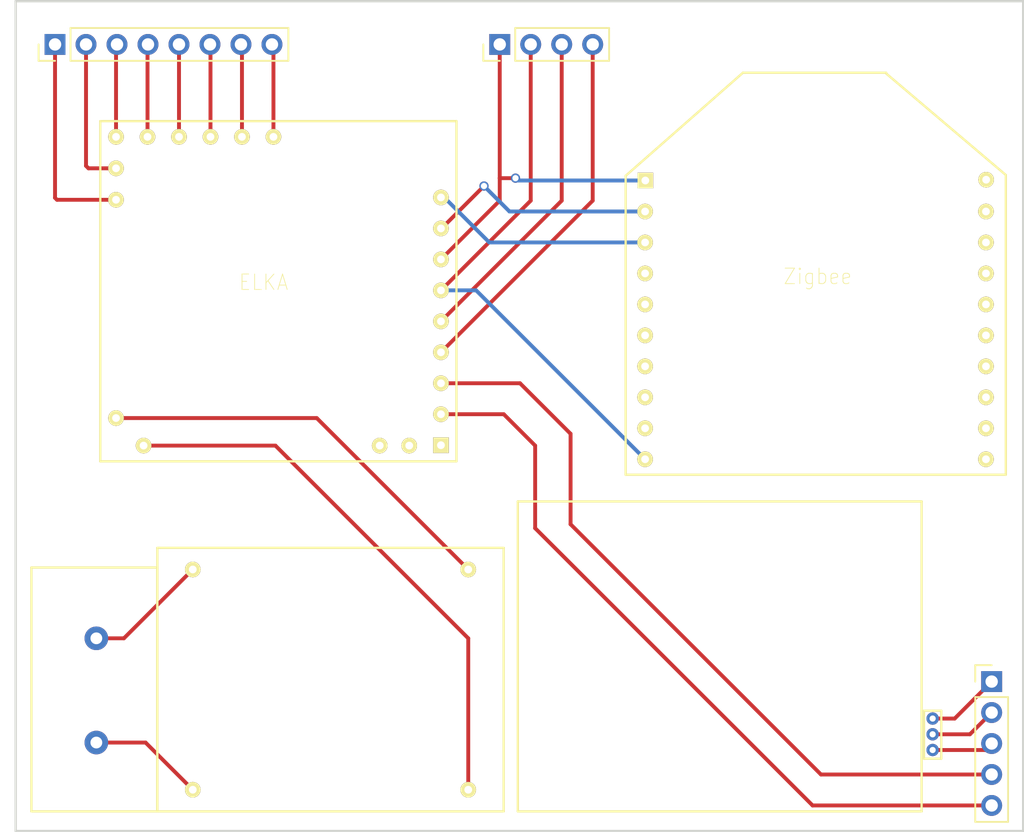
<source format=kicad_pcb>
(kicad_pcb (version 4) (host pcbnew 4.0.7-e2-6376~58~ubuntu16.04.1)

  (general
    (links 25)
    (no_connects 0)
    (area 100.896 66.980999 167.207001 120.725001)
    (thickness 1.6)
    (drawings 5)
    (tracks 67)
    (zones 0)
    (modules 8)
    (nets 43)
  )

  (page A4)
  (title_block
    (title Phoenix)
  )

  (layers
    (0 F.Cu signal)
    (31 B.Cu signal)
    (32 B.Adhes user)
    (33 F.Adhes user)
    (34 B.Paste user)
    (35 F.Paste user)
    (36 B.SilkS user)
    (37 F.SilkS user)
    (38 B.Mask user)
    (39 F.Mask user)
    (40 Dwgs.User user)
    (41 Cmts.User user)
    (42 Eco1.User user)
    (43 Eco2.User user)
    (44 Edge.Cuts user)
    (45 Margin user)
    (46 B.CrtYd user)
    (47 F.CrtYd user)
    (48 B.Fab user)
    (49 F.Fab user)
  )

  (setup
    (last_trace_width 0.25)
    (trace_clearance 0.2)
    (zone_clearance 0.508)
    (zone_45_only no)
    (trace_min 0.2)
    (segment_width 0.2)
    (edge_width 0.15)
    (via_size 0.6)
    (via_drill 0.4)
    (via_min_size 0.4)
    (via_min_drill 0.3)
    (uvia_size 0.3)
    (uvia_drill 0.1)
    (uvias_allowed no)
    (uvia_min_size 0.2)
    (uvia_min_drill 0.1)
    (pcb_text_width 0.3)
    (pcb_text_size 1.5 1.5)
    (mod_edge_width 0.15)
    (mod_text_size 1 1)
    (mod_text_width 0.15)
    (pad_size 1.524 1.524)
    (pad_drill 0.762)
    (pad_to_mask_clearance 0.2)
    (aux_axis_origin 0 0)
    (visible_elements FFFFFF7F)
    (pcbplotparams
      (layerselection 0x00030_80000001)
      (usegerberextensions false)
      (excludeedgelayer true)
      (linewidth 0.100000)
      (plotframeref false)
      (viasonmask false)
      (mode 1)
      (useauxorigin false)
      (hpglpennumber 1)
      (hpglpenspeed 20)
      (hpglpendiameter 15)
      (hpglpenoverlay 2)
      (psnegative false)
      (psa4output false)
      (plotreference true)
      (plotvalue true)
      (plotinvisibletext false)
      (padsonsilk false)
      (subtractmaskfromsilk false)
      (outputformat 1)
      (mirror false)
      (drillshape 1)
      (scaleselection 1)
      (outputdirectory ""))
  )

  (net 0 "")
  (net 1 "Net-(E1-PadI)")
  (net 2 "Net-(E1-PadH)")
  (net 3 "Net-(E1-PadG)")
  (net 4 "Net-(E1-PadF)")
  (net 5 "Net-(E1-PadE)")
  (net 6 "Net-(E1-PadD)")
  (net 7 "Net-(E1-PadC)")
  (net 8 "Net-(E1-PadB)")
  (net 9 "Net-(E1-PadA)")
  (net 10 "Net-(E1-Pad9)")
  (net 11 "Net-(E1-Pad10)")
  (net 12 "Net-(E1-Pad3)")
  (net 13 "Net-(E1-Pad2)")
  (net 14 "Net-(E1-Pad1)")
  (net 15 "Net-(E1-Pad4)")
  (net 16 "Net-(E1-Pad5)")
  (net 17 "Net-(E1-Pad6)")
  (net 18 "Net-(E1-Pad7)")
  (net 19 "Net-(E1-Pad8)")
  (net 20 "Net-(E1-Pad12)")
  (net 21 "Net-(E1-Pad11)")
  (net 22 "Net-(J1-Pad1)")
  (net 23 "Net-(J1-Pad2)")
  (net 24 "Net-(J9,J15-Pad1)")
  (net 25 "Net-(J9,J15-Pad2)")
  (net 26 "Net-(J9,J15-Pad3)")
  (net 27 "Net-(U1-Pad4)")
  (net 28 "Net-(U1-Pad5)")
  (net 29 "Net-(U1-Pad6)")
  (net 30 "Net-(U1-Pad7)")
  (net 31 "Net-(U1-Pad8)")
  (net 32 "Net-(U1-Pad9)")
  (net 33 "Net-(U1-Pad20)")
  (net 34 "Net-(U1-Pad19)")
  (net 35 "Net-(U1-Pad18)")
  (net 36 "Net-(U1-Pad17)")
  (net 37 "Net-(U1-Pad16)")
  (net 38 "Net-(U1-Pad15)")
  (net 39 "Net-(U1-Pad14)")
  (net 40 "Net-(U1-Pad13)")
  (net 41 "Net-(U1-Pad12)")
  (net 42 "Net-(U1-Pad11)")

  (net_class Default "This is the default net class."
    (clearance 0.2)
    (trace_width 0.25)
    (via_dia 0.6)
    (via_drill 0.4)
    (uvia_dia 0.3)
    (uvia_drill 0.1)
    (add_net "Net-(E1-Pad1)")
    (add_net "Net-(E1-Pad10)")
    (add_net "Net-(E1-Pad11)")
    (add_net "Net-(E1-Pad12)")
    (add_net "Net-(E1-Pad2)")
    (add_net "Net-(E1-Pad3)")
    (add_net "Net-(E1-Pad4)")
    (add_net "Net-(E1-Pad5)")
    (add_net "Net-(E1-Pad6)")
    (add_net "Net-(E1-Pad7)")
    (add_net "Net-(E1-Pad8)")
    (add_net "Net-(E1-Pad9)")
    (add_net "Net-(E1-PadA)")
    (add_net "Net-(E1-PadB)")
    (add_net "Net-(E1-PadC)")
    (add_net "Net-(E1-PadD)")
    (add_net "Net-(E1-PadE)")
    (add_net "Net-(E1-PadF)")
    (add_net "Net-(E1-PadG)")
    (add_net "Net-(E1-PadH)")
    (add_net "Net-(E1-PadI)")
    (add_net "Net-(J1-Pad1)")
    (add_net "Net-(J1-Pad2)")
    (add_net "Net-(J9,J15-Pad1)")
    (add_net "Net-(J9,J15-Pad2)")
    (add_net "Net-(J9,J15-Pad3)")
    (add_net "Net-(U1-Pad11)")
    (add_net "Net-(U1-Pad12)")
    (add_net "Net-(U1-Pad13)")
    (add_net "Net-(U1-Pad14)")
    (add_net "Net-(U1-Pad15)")
    (add_net "Net-(U1-Pad16)")
    (add_net "Net-(U1-Pad17)")
    (add_net "Net-(U1-Pad18)")
    (add_net "Net-(U1-Pad19)")
    (add_net "Net-(U1-Pad20)")
    (add_net "Net-(U1-Pad4)")
    (add_net "Net-(U1-Pad5)")
    (add_net "Net-(U1-Pad6)")
    (add_net "Net-(U1-Pad7)")
    (add_net "Net-(U1-Pad8)")
    (add_net "Net-(U1-Pad9)")
  )

  (module DIP-20:DIP-20 (layer F.Cu) (tedit 5B281200) (tstamp 5B2810F7)
    (at 141.478 104.648)
    (descr "Xbee Zb (Zigbee Pro Feature Set), 1mw, Wire Antenna, 250000")
    (path /5B213357)
    (fp_text reference Zigbee (at 12.3952 -19.812) (layer F.SilkS)
      (effects (font (size 1 0.9) (thickness 0.05)))
    )
    (fp_text value Zigbee (at 4.4196 -19.8628) (layer F.SilkS) hide
      (effects (font (size 1 0.9) (thickness 0.05)))
    )
    (fp_line (start 24.5364 -26.3652) (end 24.5364 -7.0104) (layer F.SilkS) (width 0.15))
    (fp_line (start 24.5364 -7.0104) (end 0 -7.0104) (layer F.SilkS) (width 0.15))
    (fp_line (start 0 -7.0104) (end 0 -26.3144) (layer F.SilkS) (width 0.15))
    (fp_line (start 16.8148 -32.9184) (end 24.5364 -26.3652) (layer F.SilkS) (width 0.15))
    (fp_line (start 0 -26.3144) (end 7.5692 -32.9692) (layer F.SilkS) (width 0.15))
    (fp_line (start 7.5692 -32.9692) (end 16.8148 -32.9692) (layer F.SilkS) (width 0.15))
    (pad 1 thru_hole rect (at 1.27 -26.0096) (size 1.008 1.008) (drill 0.5) (layers *.Cu *.Mask F.SilkS)
      (net 7 "Net-(E1-PadC)"))
    (pad 2 thru_hole circle (at 1.254 -24.009) (size 1.008 1.008) (drill 0.5) (layers *.Cu *.Mask F.SilkS)
      (net 8 "Net-(E1-PadB)"))
    (pad 3 thru_hole circle (at 1.254 -22.009) (size 1.008 1.008) (drill 0.5) (layers *.Cu *.Mask F.SilkS)
      (net 9 "Net-(E1-PadA)"))
    (pad 4 thru_hole circle (at 1.254 -20.009) (size 1.008 1.008) (drill 0.5) (layers *.Cu *.Mask F.SilkS)
      (net 27 "Net-(U1-Pad4)"))
    (pad 5 thru_hole circle (at 1.254 -18.009) (size 1.008 1.008) (drill 0.5) (layers *.Cu *.Mask F.SilkS)
      (net 28 "Net-(U1-Pad5)"))
    (pad 6 thru_hole circle (at 1.254 -16.009) (size 1.008 1.008) (drill 0.5) (layers *.Cu *.Mask F.SilkS)
      (net 29 "Net-(U1-Pad6)"))
    (pad 7 thru_hole circle (at 1.254 -14.009) (size 1.008 1.008) (drill 0.5) (layers *.Cu *.Mask F.SilkS)
      (net 30 "Net-(U1-Pad7)"))
    (pad 8 thru_hole circle (at 1.254 -12.009) (size 1.008 1.008) (drill 0.5) (layers *.Cu *.Mask F.SilkS)
      (net 31 "Net-(U1-Pad8)"))
    (pad 9 thru_hole circle (at 1.254 -10.009) (size 1.008 1.008) (drill 0.5) (layers *.Cu *.Mask F.SilkS)
      (net 32 "Net-(U1-Pad9)"))
    (pad 10 thru_hole circle (at 1.254 -8.009) (size 1.008 1.008) (drill 0.5) (layers *.Cu *.Mask F.SilkS)
      (net 6 "Net-(E1-PadD)"))
    (pad 20 thru_hole circle (at 23.2664 -26.0604) (size 1.008 1.008) (drill 0.5) (layers *.Cu *.Mask F.SilkS)
      (net 33 "Net-(U1-Pad20)"))
    (pad 19 thru_hole circle (at 23.254 -24.009) (size 1.008 1.008) (drill 0.5) (layers *.Cu *.Mask F.SilkS)
      (net 34 "Net-(U1-Pad19)"))
    (pad 18 thru_hole circle (at 23.254 -22.009) (size 1.008 1.008) (drill 0.5) (layers *.Cu *.Mask F.SilkS)
      (net 35 "Net-(U1-Pad18)"))
    (pad 17 thru_hole circle (at 23.254 -20.009) (size 1.008 1.008) (drill 0.5) (layers *.Cu *.Mask F.SilkS)
      (net 36 "Net-(U1-Pad17)"))
    (pad 16 thru_hole circle (at 23.254 -18.009) (size 1.008 1.008) (drill 0.5) (layers *.Cu *.Mask F.SilkS)
      (net 37 "Net-(U1-Pad16)"))
    (pad 15 thru_hole circle (at 23.254 -16.009) (size 1.008 1.008) (drill 0.5) (layers *.Cu *.Mask F.SilkS)
      (net 38 "Net-(U1-Pad15)"))
    (pad 14 thru_hole circle (at 23.254 -14.009) (size 1.008 1.008) (drill 0.5) (layers *.Cu *.Mask F.SilkS)
      (net 39 "Net-(U1-Pad14)"))
    (pad 13 thru_hole circle (at 23.254 -12.009) (size 1.008 1.008) (drill 0.5) (layers *.Cu *.Mask F.SilkS)
      (net 40 "Net-(U1-Pad13)"))
    (pad 12 thru_hole circle (at 23.254 -10.009) (size 1.008 1.008) (drill 0.5) (layers *.Cu *.Mask F.SilkS)
      (net 41 "Net-(U1-Pad12)"))
    (pad 11 thru_hole circle (at 23.254 -8.009) (size 1.008 1.008) (drill 0.5) (layers *.Cu *.Mask F.SilkS)
      (net 42 "Net-(U1-Pad11)"))
  )

  (module ELKA:VRM (layer F.Cu) (tedit 5B28121C) (tstamp 5B2810FF)
    (at 118.872 100.838)
    (path /5B2401E4)
    (fp_text reference V1 (at 3.429 8.882) (layer F.SilkS) hide
      (effects (font (size 1 1) (thickness 0.15)))
    )
    (fp_text value VRM (at 2.54 10.16) (layer F.Fab)
      (effects (font (size 1 1) (thickness 0.15)))
    )
    (fp_line (start -7.62 1.524) (end 14.732 1.524) (layer F.SilkS) (width 0.15))
    (fp_line (start 14.732 1.524) (end 14.732 18.542) (layer F.SilkS) (width 0.15))
    (fp_line (start 14.732 18.542) (end -7.62 18.542) (layer F.SilkS) (width 0.15))
    (fp_line (start -7.62 18.542) (end -7.62 1.524) (layer F.SilkS) (width 0.15))
    (pad 2 thru_hole circle (at -5.334 2.921) (size 1.008 1.008) (drill 0.5) (layers *.Cu *.Mask F.SilkS)
      (net 23 "Net-(J1-Pad2)"))
    (pad 4 thru_hole circle (at 12.446 2.921) (size 1.008 1.008) (drill 0.5) (layers *.Cu *.Mask F.SilkS)
      (net 21 "Net-(E1-Pad11)"))
    (pad 3 thru_hole circle (at 12.446 17.145) (size 1.008 1.008) (drill 0.5) (layers *.Cu *.Mask F.SilkS)
      (net 20 "Net-(E1-Pad12)"))
    (pad 1 thru_hole circle (at -5.334 17.145) (size 1.008 1.008) (drill 0.5) (layers *.Cu *.Mask F.SilkS)
      (net 22 "Net-(J1-Pad1)"))
  )

  (module ELKA:ELKA (layer F.Cu) (tedit 5B2811F9) (tstamp 5B2810A2)
    (at 118.11 72.39 180)
    (descr "Xbee Zb (Zigbee Pro Feature Set), 1mw, Wire Antenna, 250000")
    (path /5B22681E)
    (fp_text reference ELKA (at 0 -12.827 180) (layer F.SilkS)
      (effects (font (size 1 0.9) (thickness 0.05)))
    )
    (fp_text value ELKA (at -0.889 -14.732 180) (layer F.SilkS) hide
      (effects (font (size 1 0.9) (thickness 0.05)))
    )
    (fp_line (start 10.541 -24.384) (end -12.446 -24.384) (layer F.SilkS) (width 0.15))
    (fp_line (start -12.446 -24.384) (end -12.446 -2.413) (layer F.SilkS) (width 0.15))
    (fp_line (start -12.446 -2.413) (end 10.541 -2.413) (layer F.SilkS) (width 0.15))
    (fp_line (start 10.541 -2.413) (end 10.541 -24.384) (layer F.SilkS) (width 0.15))
    (pad I thru_hole rect (at -11.446 -23.342 180) (size 1.008 1.008) (drill 0.5) (layers *.Cu *.Mask F.SilkS)
      (net 1 "Net-(E1-PadI)"))
    (pad H thru_hole circle (at -11.446 -21.342 180) (size 1.008 1.008) (drill 0.5) (layers *.Cu *.Mask F.SilkS)
      (net 2 "Net-(E1-PadH)"))
    (pad G thru_hole circle (at -11.446 -19.342 180) (size 1.008 1.008) (drill 0.5) (layers *.Cu *.Mask F.SilkS)
      (net 3 "Net-(E1-PadG)"))
    (pad F thru_hole circle (at -11.446 -17.342 180) (size 1.008 1.008) (drill 0.5) (layers *.Cu *.Mask F.SilkS)
      (net 4 "Net-(E1-PadF)"))
    (pad E thru_hole circle (at -11.446 -15.342 180) (size 1.008 1.008) (drill 0.5) (layers *.Cu *.Mask F.SilkS)
      (net 5 "Net-(E1-PadE)"))
    (pad D thru_hole circle (at -11.446 -13.342 180) (size 1.008 1.008) (drill 0.5) (layers *.Cu *.Mask F.SilkS)
      (net 6 "Net-(E1-PadD)"))
    (pad C thru_hole circle (at -11.446 -11.342 180) (size 1.008 1.008) (drill 0.5) (layers *.Cu *.Mask F.SilkS)
      (net 7 "Net-(E1-PadC)"))
    (pad B thru_hole circle (at -11.446 -9.342 180) (size 1.008 1.008) (drill 0.5) (layers *.Cu *.Mask F.SilkS)
      (net 8 "Net-(E1-PadB)"))
    (pad A thru_hole circle (at -11.446 -7.342 180) (size 1.008 1.008) (drill 0.5) (layers *.Cu *.Mask F.SilkS)
      (net 9 "Net-(E1-PadA)"))
    (pad 9 thru_hole circle (at -9.398 -23.368 180) (size 1.008 1.008) (drill 0.5) (layers *.Cu *.Mask F.SilkS)
      (net 10 "Net-(E1-Pad9)"))
    (pad 10 thru_hole circle (at -7.493 -23.368 180) (size 1.008 1.008) (drill 0.5) (layers *.Cu *.Mask F.SilkS)
      (net 11 "Net-(E1-Pad10)"))
    (pad 3 thru_hole circle (at 9.525 -3.429 180) (size 1.008 1.008) (drill 0.5) (layers *.Cu *.Mask F.SilkS)
      (net 12 "Net-(E1-Pad3)"))
    (pad 2 thru_hole circle (at 9.525 -5.461 180) (size 1.008 1.008) (drill 0.5) (layers *.Cu *.Mask F.SilkS)
      (net 13 "Net-(E1-Pad2)"))
    (pad 1 thru_hole circle (at 9.525 -7.493 180) (size 1.008 1.008) (drill 0.5) (layers *.Cu *.Mask F.SilkS)
      (net 14 "Net-(E1-Pad1)"))
    (pad 4 thru_hole circle (at 7.493 -3.429 180) (size 1.008 1.008) (drill 0.5) (layers *.Cu *.Mask F.SilkS)
      (net 15 "Net-(E1-Pad4)"))
    (pad 5 thru_hole circle (at 5.461 -3.429 180) (size 1.008 1.008) (drill 0.5) (layers *.Cu *.Mask F.SilkS)
      (net 16 "Net-(E1-Pad5)"))
    (pad 6 thru_hole circle (at 3.429 -3.429 180) (size 1.008 1.008) (drill 0.5) (layers *.Cu *.Mask F.SilkS)
      (net 17 "Net-(E1-Pad6)"))
    (pad 7 thru_hole circle (at 1.397 -3.429 180) (size 1.008 1.008) (drill 0.5) (layers *.Cu *.Mask F.SilkS)
      (net 18 "Net-(E1-Pad7)"))
    (pad 8 thru_hole circle (at -0.635 -3.429 180) (size 1.008 1.008) (drill 0.5) (layers *.Cu *.Mask F.SilkS)
      (net 19 "Net-(E1-Pad8)"))
    (pad 12 thru_hole circle (at 7.747 -23.368 180) (size 1.008 1.008) (drill 0.5) (layers *.Cu *.Mask F.SilkS)
      (net 20 "Net-(E1-Pad12)"))
    (pad 11 thru_hole circle (at 9.525 -21.59 180) (size 1.008 1.008) (drill 0.5) (layers *.Cu *.Mask F.SilkS)
      (net 21 "Net-(E1-Pad11)"))
  )

  (module XT30:XT30 (layer F.Cu) (tedit 5B281210) (tstamp 5B2810AD)
    (at 101.346 113.538 90)
    (path /5B24102D)
    (fp_text reference J1 (at 0.508 0.762 90) (layer F.SilkS) hide
      (effects (font (size 1 1) (thickness 0.15)))
    )
    (fp_text value "To battery" (at 2.032 3.556 90) (layer F.Fab)
      (effects (font (size 1 1) (thickness 0.15)))
    )
    (fp_line (start -5.842 1.778) (end -5.842 9.906) (layer F.SilkS) (width 0.15))
    (fp_line (start -5.842 9.906) (end -5.715 9.906) (layer F.SilkS) (width 0.15))
    (fp_line (start -5.842 1.778) (end 9.906 1.778) (layer F.SilkS) (width 0.15))
    (fp_line (start 9.906 1.778) (end 9.906 9.906) (layer F.SilkS) (width 0.15))
    (fp_line (start 9.906 9.906) (end -5.715 9.906) (layer F.SilkS) (width 0.15))
    (pad 1 thru_hole circle (at -1.397 5.969 90) (size 1.524 1.524) (drill 0.762) (layers *.Cu *.Mask)
      (net 22 "Net-(J1-Pad1)"))
    (pad 2 thru_hole circle (at 5.334 5.969 90) (size 1.524 1.524) (drill 0.762) (layers *.Cu *.Mask)
      (net 23 "Net-(J1-Pad2)"))
  )

  (module Pin_Headers:Pin_Header_Straight_1x08_Pitch2.00mm (layer F.Cu) (tedit 5B285869) (tstamp 5B2810B9)
    (at 104.648 69.85 90)
    (descr "Through hole straight pin header, 1x08, 2.00mm pitch, single row")
    (tags "Through hole pin header THT 1x08 2.00mm single row")
    (path /5B27C203)
    (fp_text reference J2 (at 0 -2.06 90) (layer F.SilkS) hide
      (effects (font (size 1 1) (thickness 0.15)))
    )
    (fp_text value "To ESCs" (at -2.54 7.62 180) (layer F.Fab)
      (effects (font (size 1 1) (thickness 0.15)))
    )
    (fp_line (start -0.5 -1) (end 1 -1) (layer F.Fab) (width 0.1))
    (fp_line (start 1 -1) (end 1 15) (layer F.Fab) (width 0.1))
    (fp_line (start 1 15) (end -1 15) (layer F.Fab) (width 0.1))
    (fp_line (start -1 15) (end -1 -0.5) (layer F.Fab) (width 0.1))
    (fp_line (start -1 -0.5) (end -0.5 -1) (layer F.Fab) (width 0.1))
    (fp_line (start -1.06 15.06) (end 1.06 15.06) (layer F.SilkS) (width 0.12))
    (fp_line (start -1.06 1) (end -1.06 15.06) (layer F.SilkS) (width 0.12))
    (fp_line (start 1.06 1) (end 1.06 15.06) (layer F.SilkS) (width 0.12))
    (fp_line (start -1.06 1) (end 1.06 1) (layer F.SilkS) (width 0.12))
    (fp_line (start -1.06 0) (end -1.06 -1.06) (layer F.SilkS) (width 0.12))
    (fp_line (start -1.06 -1.06) (end 0 -1.06) (layer F.SilkS) (width 0.12))
    (fp_line (start -1.5 -1.5) (end -1.5 15.5) (layer F.CrtYd) (width 0.05))
    (fp_line (start -1.5 15.5) (end 1.5 15.5) (layer F.CrtYd) (width 0.05))
    (fp_line (start 1.5 15.5) (end 1.5 -1.5) (layer F.CrtYd) (width 0.05))
    (fp_line (start 1.5 -1.5) (end -1.5 -1.5) (layer F.CrtYd) (width 0.05))
    (fp_text user %R (at 0 7 180) (layer F.Fab) hide
      (effects (font (size 1 1) (thickness 0.15)))
    )
    (pad 1 thru_hole rect (at 0 0 90) (size 1.35 1.35) (drill 0.8) (layers *.Cu *.Mask)
      (net 14 "Net-(E1-Pad1)"))
    (pad 2 thru_hole oval (at 0 2 90) (size 1.35 1.35) (drill 0.8) (layers *.Cu *.Mask)
      (net 13 "Net-(E1-Pad2)"))
    (pad 3 thru_hole oval (at 0 4 90) (size 1.35 1.35) (drill 0.8) (layers *.Cu *.Mask)
      (net 12 "Net-(E1-Pad3)"))
    (pad 4 thru_hole oval (at 0 6 90) (size 1.35 1.35) (drill 0.8) (layers *.Cu *.Mask)
      (net 15 "Net-(E1-Pad4)"))
    (pad 5 thru_hole oval (at 0 8 90) (size 1.35 1.35) (drill 0.8) (layers *.Cu *.Mask)
      (net 16 "Net-(E1-Pad5)"))
    (pad 6 thru_hole oval (at 0 10 90) (size 1.35 1.35) (drill 0.8) (layers *.Cu *.Mask)
      (net 17 "Net-(E1-Pad6)"))
    (pad 7 thru_hole oval (at 0 12 90) (size 1.35 1.35) (drill 0.8) (layers *.Cu *.Mask)
      (net 18 "Net-(E1-Pad7)"))
    (pad 8 thru_hole oval (at 0 14 90) (size 1.35 1.35) (drill 0.8) (layers *.Cu *.Mask)
      (net 19 "Net-(E1-Pad8)"))
    (model ${KISYS3DMOD}/Pin_Headers.3dshapes/Pin_Header_Straight_1x08_Pitch2.00mm.wrl
      (at (xyz 0 0 0))
      (scale (xyz 1 1 1))
      (rotate (xyz 0 0 0))
    )
  )

  (module Pin_Headers:Pin_Header_Straight_1x05_Pitch2.00mm (layer F.Cu) (tedit 5B285889) (tstamp 5B2810C2)
    (at 165.1 110.998)
    (descr "Through hole straight pin header, 1x05, 2.00mm pitch, single row")
    (tags "Through hole pin header THT 1x05 2.00mm single row")
    (path /5B27D9D0)
    (fp_text reference J9 (at 0 -2.06) (layer F.SilkS) hide
      (effects (font (size 1 1) (thickness 0.15)))
    )
    (fp_text value "To Snapdragon" (at -2.032 3.81 90) (layer F.Fab)
      (effects (font (size 1 1) (thickness 0.15)))
    )
    (fp_line (start -0.5 -1) (end 1 -1) (layer F.Fab) (width 0.1))
    (fp_line (start 1 -1) (end 1 9) (layer F.Fab) (width 0.1))
    (fp_line (start 1 9) (end -1 9) (layer F.Fab) (width 0.1))
    (fp_line (start -1 9) (end -1 -0.5) (layer F.Fab) (width 0.1))
    (fp_line (start -1 -0.5) (end -0.5 -1) (layer F.Fab) (width 0.1))
    (fp_line (start -1.06 9.06) (end 1.06 9.06) (layer F.SilkS) (width 0.12))
    (fp_line (start -1.06 1) (end -1.06 9.06) (layer F.SilkS) (width 0.12))
    (fp_line (start 1.06 1) (end 1.06 9.06) (layer F.SilkS) (width 0.12))
    (fp_line (start -1.06 1) (end 1.06 1) (layer F.SilkS) (width 0.12))
    (fp_line (start -1.06 0) (end -1.06 -1.06) (layer F.SilkS) (width 0.12))
    (fp_line (start -1.06 -1.06) (end 0 -1.06) (layer F.SilkS) (width 0.12))
    (fp_line (start -1.5 -1.5) (end -1.5 9.5) (layer F.CrtYd) (width 0.05))
    (fp_line (start -1.5 9.5) (end 1.5 9.5) (layer F.CrtYd) (width 0.05))
    (fp_line (start 1.5 9.5) (end 1.5 -1.5) (layer F.CrtYd) (width 0.05))
    (fp_line (start 1.5 -1.5) (end -1.5 -1.5) (layer F.CrtYd) (width 0.05))
    (fp_text user %R (at 0 4 90) (layer F.Fab) hide
      (effects (font (size 1 1) (thickness 0.15)))
    )
    (pad 1 thru_hole rect (at 0 0) (size 1.35 1.35) (drill 0.8) (layers *.Cu *.Mask)
      (net 24 "Net-(J9,J15-Pad1)"))
    (pad 2 thru_hole oval (at 0 2) (size 1.35 1.35) (drill 0.8) (layers *.Cu *.Mask)
      (net 25 "Net-(J9,J15-Pad2)"))
    (pad 3 thru_hole oval (at 0 4) (size 1.35 1.35) (drill 0.8) (layers *.Cu *.Mask)
      (net 26 "Net-(J9,J15-Pad3)"))
    (pad 4 thru_hole oval (at 0 6) (size 1.35 1.35) (drill 0.8) (layers *.Cu *.Mask)
      (net 3 "Net-(E1-PadG)"))
    (pad 5 thru_hole oval (at 0 8) (size 1.35 1.35) (drill 0.8) (layers *.Cu *.Mask)
      (net 2 "Net-(E1-PadH)"))
    (model ${KISYS3DMOD}/Pin_Headers.3dshapes/Pin_Header_Straight_1x05_Pitch2.00mm.wrl
      (at (xyz 0 0 0))
      (scale (xyz 1 1 1))
      (rotate (xyz 0 0 0))
    )
  )

  (module Pin_Headers:Pin_Header_Straight_1x04_Pitch2.00mm (layer F.Cu) (tedit 5B285870) (tstamp 5B2810CA)
    (at 133.35 69.85 90)
    (descr "Through hole straight pin header, 1x04, 2.00mm pitch, single row")
    (tags "Through hole pin header THT 1x04 2.00mm single row")
    (path /5B23F496)
    (fp_text reference J16 (at 0 -2.06 90) (layer F.SilkS) hide
      (effects (font (size 1 1) (thickness 0.15)))
    )
    (fp_text value "For Programming" (at -2.794 3.556 180) (layer F.Fab)
      (effects (font (size 1 1) (thickness 0.15)))
    )
    (fp_line (start -0.5 -1) (end 1 -1) (layer F.Fab) (width 0.1))
    (fp_line (start 1 -1) (end 1 7) (layer F.Fab) (width 0.1))
    (fp_line (start 1 7) (end -1 7) (layer F.Fab) (width 0.1))
    (fp_line (start -1 7) (end -1 -0.5) (layer F.Fab) (width 0.1))
    (fp_line (start -1 -0.5) (end -0.5 -1) (layer F.Fab) (width 0.1))
    (fp_line (start -1.06 7.06) (end 1.06 7.06) (layer F.SilkS) (width 0.12))
    (fp_line (start -1.06 1) (end -1.06 7.06) (layer F.SilkS) (width 0.12))
    (fp_line (start 1.06 1) (end 1.06 7.06) (layer F.SilkS) (width 0.12))
    (fp_line (start -1.06 1) (end 1.06 1) (layer F.SilkS) (width 0.12))
    (fp_line (start -1.06 0) (end -1.06 -1.06) (layer F.SilkS) (width 0.12))
    (fp_line (start -1.06 -1.06) (end 0 -1.06) (layer F.SilkS) (width 0.12))
    (fp_line (start -1.5 -1.5) (end -1.5 7.5) (layer F.CrtYd) (width 0.05))
    (fp_line (start -1.5 7.5) (end 1.5 7.5) (layer F.CrtYd) (width 0.05))
    (fp_line (start 1.5 7.5) (end 1.5 -1.5) (layer F.CrtYd) (width 0.05))
    (fp_line (start 1.5 -1.5) (end -1.5 -1.5) (layer F.CrtYd) (width 0.05))
    (fp_text user %R (at 0 3 180) (layer F.Fab) hide
      (effects (font (size 1 1) (thickness 0.15)))
    )
    (pad 1 thru_hole rect (at 0 0 90) (size 1.35 1.35) (drill 0.8) (layers *.Cu *.Mask)
      (net 7 "Net-(E1-PadC)"))
    (pad 2 thru_hole oval (at 0 2 90) (size 1.35 1.35) (drill 0.8) (layers *.Cu *.Mask)
      (net 6 "Net-(E1-PadD)"))
    (pad 3 thru_hole oval (at 0 4 90) (size 1.35 1.35) (drill 0.8) (layers *.Cu *.Mask)
      (net 5 "Net-(E1-PadE)"))
    (pad 4 thru_hole oval (at 0 6 90) (size 1.35 1.35) (drill 0.8) (layers *.Cu *.Mask)
      (net 4 "Net-(E1-PadF)"))
    (model ${KISYS3DMOD}/Pin_Headers.3dshapes/Pin_Header_Straight_1x04_Pitch2.00mm.wrl
      (at (xyz 0 0 0))
      (scale (xyz 1 1 1))
      (rotate (xyz 0 0 0))
    )
  )

  (module XT30:SPMAJST6 (layer F.Cu) (tedit 5B28527B) (tstamp 5B2810D9)
    (at 164.084 115.316 270)
    (path /5B22674F)
    (fp_text reference R1 (at 0.635 0.889 270) (layer F.SilkS) hide
      (effects (font (size 1 1) (thickness 0.15)))
    )
    (fp_text value Receiver (at -6.604 17.526 270) (layer F.Fab)
      (effects (font (size 1 1) (thickness 0.15)))
    )
    (fp_line (start -15.9512 29.5656) (end 4.064 29.5656) (layer F.SilkS) (width 0.15))
    (fp_line (start 4.064 29.5656) (end 4.064 3.5052) (layer F.SilkS) (width 0.15))
    (fp_line (start 4.064 3.5052) (end -15.9512 3.5052) (layer F.SilkS) (width 0.15))
    (fp_line (start -15.9512 3.5052) (end -15.9512 29.5656) (layer F.SilkS) (width 0.15))
    (fp_line (start -2.4384 2.3368) (end -2.4384 2.2352) (layer F.SilkS) (width 0.15))
    (fp_line (start -2.4384 2.2352) (end 0.508 2.2352) (layer F.SilkS) (width 0.15))
    (fp_line (start 0.508 2.2352) (end 0.5588 2.2352) (layer F.SilkS) (width 0.15))
    (fp_line (start 0.5588 2.2352) (end 0.6604 2.2352) (layer F.SilkS) (width 0.15))
    (fp_line (start 0.6604 2.2352) (end 0.6604 3.3528) (layer F.SilkS) (width 0.15))
    (fp_line (start 0.6604 3.3528) (end -2.4384 3.3528) (layer F.SilkS) (width 0.15))
    (fp_line (start -2.4384 3.3528) (end -2.4384 2.6924) (layer F.SilkS) (width 0.15))
    (fp_line (start -2.4384 2.794) (end -2.4384 2.3368) (layer F.SilkS) (width 0.15))
    (pad 1 thru_hole circle (at -1.9304 2.794 270) (size 0.8 0.8) (drill 0.4) (layers *.Cu *.Mask)
      (net 24 "Net-(J9,J15-Pad1)"))
    (pad 2 thru_hole circle (at -0.9144 2.794 270) (size 0.8 0.8) (drill 0.4) (layers *.Cu *.Mask)
      (net 25 "Net-(J9,J15-Pad2)"))
    (pad 3 thru_hole circle (at 0.1016 2.794 270) (size 0.8 0.8) (drill 0.4) (layers *.Cu *.Mask)
      (net 26 "Net-(J9,J15-Pad3)"))
  )

  (gr_line (start 167.132 120.65) (end 167.132 119.888) (angle 90) (layer Edge.Cuts) (width 0.15))
  (gr_line (start 102.108 120.65) (end 167.132 120.65) (angle 90) (layer Edge.Cuts) (width 0.15))
  (gr_line (start 102.108 120.65) (end 102.108 67.056) (angle 90) (layer Edge.Cuts) (width 0.15))
  (gr_line (start 167.132 67.056) (end 167.132 119.888) (angle 90) (layer Edge.Cuts) (width 0.15))
  (gr_line (start 102.108 67.056) (end 167.132 67.056) (angle 90) (layer Edge.Cuts) (width 0.15))

  (segment (start 129.556 93.732) (end 133.61 93.732) (width 0.25) (layer F.Cu) (net 2))
  (segment (start 153.542 118.998) (end 165.1 118.998) (width 0.25) (layer F.Cu) (net 2) (tstamp 5B285846) (status 20))
  (segment (start 135.636 101.092) (end 153.542 118.998) (width 0.25) (layer F.Cu) (net 2) (tstamp 5B285845))
  (segment (start 135.636 95.758) (end 135.636 101.092) (width 0.25) (layer F.Cu) (net 2) (tstamp 5B285843))
  (segment (start 133.61 93.732) (end 135.636 95.758) (width 0.25) (layer F.Cu) (net 2) (tstamp 5B285842))
  (segment (start 165.1 116.998) (end 154.082 116.998) (width 0.25) (layer F.Cu) (net 3) (status 10))
  (segment (start 134.658 91.732) (end 129.556 91.732) (width 0.25) (layer F.Cu) (net 3) (tstamp 5B28583D))
  (segment (start 137.922 94.996) (end 134.658 91.732) (width 0.25) (layer F.Cu) (net 3) (tstamp 5B28583B))
  (segment (start 137.922 100.838) (end 137.922 94.996) (width 0.25) (layer F.Cu) (net 3) (tstamp 5B285836))
  (segment (start 154.082 116.998) (end 137.922 100.838) (width 0.25) (layer F.Cu) (net 3) (tstamp 5B285831))
  (segment (start 139.35 69.85) (end 139.35 79.938) (width 0.25) (layer F.Cu) (net 4))
  (segment (start 139.35 79.938) (end 129.556 89.732) (width 0.25) (layer F.Cu) (net 4) (tstamp 5B2852B2))
  (segment (start 137.35 69.85) (end 137.35 79.938) (width 0.25) (layer F.Cu) (net 5))
  (segment (start 137.35 79.938) (end 129.556 87.732) (width 0.25) (layer F.Cu) (net 5) (tstamp 5B2852AC))
  (segment (start 129.556 85.732) (end 131.825 85.732) (width 0.25) (layer B.Cu) (net 6))
  (segment (start 131.825 85.732) (end 142.732 96.639) (width 0.25) (layer B.Cu) (net 6) (tstamp 5B2855BF))
  (segment (start 135.35 69.85) (end 135.35 79.938) (width 0.25) (layer F.Cu) (net 6))
  (segment (start 135.35 79.938) (end 129.556 85.732) (width 0.25) (layer F.Cu) (net 6) (tstamp 5B2852A7))
  (segment (start 133.35 78.486) (end 134.366 78.486) (width 0.25) (layer F.Cu) (net 7))
  (segment (start 134.5184 78.6384) (end 142.748 78.6384) (width 0.25) (layer B.Cu) (net 7) (tstamp 5B285356))
  (segment (start 134.366 78.486) (end 134.5184 78.6384) (width 0.25) (layer B.Cu) (net 7) (tstamp 5B285355))
  (via (at 134.366 78.486) (size 0.6) (drill 0.4) (layers F.Cu B.Cu) (net 7))
  (segment (start 133.35 69.85) (end 133.35 78.486) (width 0.25) (layer F.Cu) (net 7))
  (segment (start 133.35 78.486) (end 133.35 79.938) (width 0.25) (layer F.Cu) (net 7) (tstamp 5B285351))
  (segment (start 133.35 79.938) (end 129.556 83.732) (width 0.25) (layer F.Cu) (net 7) (tstamp 5B28529D))
  (segment (start 129.556 81.732) (end 129.596 81.732) (width 0.25) (layer F.Cu) (net 8))
  (segment (start 129.596 81.732) (end 132.334 78.994) (width 0.25) (layer F.Cu) (net 8) (tstamp 5B28550B))
  (via (at 132.334 78.994) (size 0.6) (drill 0.4) (layers F.Cu B.Cu) (net 8))
  (segment (start 132.334 78.994) (end 133.979 80.639) (width 0.25) (layer B.Cu) (net 8) (tstamp 5B285519))
  (segment (start 133.979 80.639) (end 142.732 80.639) (width 0.25) (layer B.Cu) (net 8) (tstamp 5B28551A))
  (segment (start 129.556 79.732) (end 129.77 79.732) (width 0.25) (layer B.Cu) (net 9))
  (segment (start 129.77 79.732) (end 132.677 82.639) (width 0.25) (layer B.Cu) (net 9) (tstamp 5B28557A))
  (segment (start 132.677 82.639) (end 142.732 82.639) (width 0.25) (layer B.Cu) (net 9) (tstamp 5B28557B))
  (segment (start 129.556 79.732) (end 129.556 79.486) (width 0.25) (layer F.Cu) (net 9))
  (segment (start 108.585 75.819) (end 108.585 69.913) (width 0.25) (layer F.Cu) (net 12))
  (segment (start 108.585 69.913) (end 108.648 69.85) (width 0.25) (layer F.Cu) (net 12) (tstamp 5B2855DE))
  (segment (start 106.648 69.85) (end 106.648 77.692) (width 0.25) (layer F.Cu) (net 13))
  (segment (start 106.807 77.851) (end 108.585 77.851) (width 0.25) (layer F.Cu) (net 13) (tstamp 5B285606))
  (segment (start 106.648 77.692) (end 106.807 77.851) (width 0.25) (layer F.Cu) (net 13) (tstamp 5B2855FE))
  (segment (start 104.648 69.85) (end 104.648 79.756) (width 0.25) (layer F.Cu) (net 14))
  (segment (start 104.775 79.883) (end 108.585 79.883) (width 0.25) (layer F.Cu) (net 14) (tstamp 5B2855F8))
  (segment (start 104.648 79.756) (end 104.775 79.883) (width 0.25) (layer F.Cu) (net 14) (tstamp 5B2855F3))
  (segment (start 110.617 75.819) (end 110.617 69.881) (width 0.25) (layer F.Cu) (net 15))
  (segment (start 110.617 69.881) (end 110.648 69.85) (width 0.25) (layer F.Cu) (net 15) (tstamp 5B2855DB))
  (segment (start 112.649 75.819) (end 112.649 69.851) (width 0.25) (layer F.Cu) (net 16))
  (segment (start 112.649 69.851) (end 112.648 69.85) (width 0.25) (layer F.Cu) (net 16) (tstamp 5B2855D8))
  (segment (start 114.681 75.819) (end 114.681 69.883) (width 0.25) (layer F.Cu) (net 17))
  (segment (start 114.681 69.883) (end 114.648 69.85) (width 0.25) (layer F.Cu) (net 17) (tstamp 5B2855D5))
  (segment (start 116.713 75.819) (end 116.713 69.915) (width 0.25) (layer F.Cu) (net 18))
  (segment (start 116.713 69.915) (end 116.648 69.85) (width 0.25) (layer F.Cu) (net 18) (tstamp 5B2855D2))
  (segment (start 118.745 75.819) (end 118.745 69.947) (width 0.25) (layer F.Cu) (net 19))
  (segment (start 118.745 69.947) (end 118.648 69.85) (width 0.25) (layer F.Cu) (net 19) (tstamp 5B2855CF))
  (segment (start 110.363 95.758) (end 118.872 95.758) (width 0.25) (layer F.Cu) (net 20))
  (segment (start 131.318 108.204) (end 131.318 117.983) (width 0.25) (layer F.Cu) (net 20) (tstamp 5B28562C))
  (segment (start 118.872 95.758) (end 131.318 108.204) (width 0.25) (layer F.Cu) (net 20) (tstamp 5B285627))
  (segment (start 108.585 93.98) (end 121.539 93.98) (width 0.25) (layer F.Cu) (net 21))
  (segment (start 121.539 93.98) (end 131.318 103.759) (width 0.25) (layer F.Cu) (net 21) (tstamp 5B28561F))
  (segment (start 107.315 114.935) (end 110.49 114.935) (width 0.25) (layer F.Cu) (net 22))
  (segment (start 110.49 114.935) (end 113.538 117.983) (width 0.25) (layer F.Cu) (net 22) (tstamp 5B28561B))
  (segment (start 107.315 108.204) (end 109.093 108.204) (width 0.25) (layer F.Cu) (net 23))
  (segment (start 109.093 108.204) (end 113.538 103.759) (width 0.25) (layer F.Cu) (net 23) (tstamp 5B285613))
  (segment (start 161.29 113.3856) (end 162.7124 113.3856) (width 0.25) (layer F.Cu) (net 24))
  (segment (start 162.7124 113.3856) (end 165.1 110.998) (width 0.25) (layer F.Cu) (net 24) (tstamp 5B2857C3) (status 20))
  (segment (start 161.29 114.4016) (end 163.6964 114.4016) (width 0.25) (layer F.Cu) (net 25))
  (segment (start 163.6964 114.4016) (end 165.1 112.998) (width 0.25) (layer F.Cu) (net 25) (tstamp 5B2857C7) (status 20))
  (segment (start 161.29 115.4176) (end 164.6804 115.4176) (width 0.25) (layer F.Cu) (net 26) (status 20))
  (segment (start 164.6804 115.4176) (end 165.1 114.998) (width 0.25) (layer F.Cu) (net 26) (tstamp 5B2857CC) (status 30))

)

</source>
